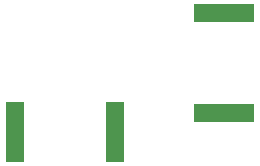
<source format=gbr>
G04 #@! TF.GenerationSoftware,KiCad,Pcbnew,(5.1.4)-1*
G04 #@! TF.CreationDate,2019-09-17T16:36:48-04:00*
G04 #@! TF.ProjectId,amplifier,616d706c-6966-4696-9572-2e6b69636164,rev?*
G04 #@! TF.SameCoordinates,Original*
G04 #@! TF.FileFunction,Paste,Bot*
G04 #@! TF.FilePolarity,Positive*
%FSLAX46Y46*%
G04 Gerber Fmt 4.6, Leading zero omitted, Abs format (unit mm)*
G04 Created by KiCad (PCBNEW (5.1.4)-1) date 2019-09-17 16:36:48*
%MOMM*%
%LPD*%
G04 APERTURE LIST*
%ADD10R,1.500000X5.080000*%
%ADD11R,5.080000X1.500000*%
G04 APERTURE END LIST*
D10*
X133790000Y-84836000D03*
X125290000Y-84836000D03*
D11*
X143002000Y-74744000D03*
X143002000Y-83244000D03*
M02*

</source>
